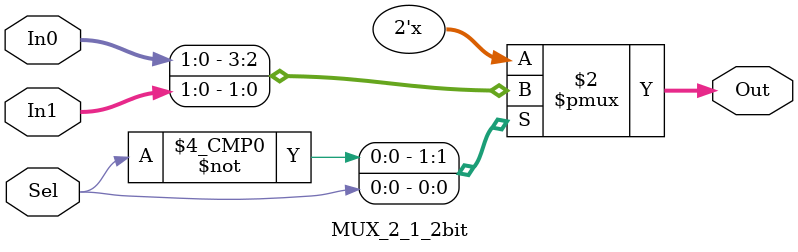
<source format=v>
`timescale 1ns / 1ps


module MUX_2_1_2bit(
    input wire [1:0] In0,        
    input wire [1:0] In1,        
    input wire Sel,            
    output reg [1:0] Out 
);

    always @(*) begin
        case (Sel)
            1'b0: Out = In0;
            1'b1: Out = In1;
            default: Out = 8'd0;
        endcase
    end
endmodule


</source>
